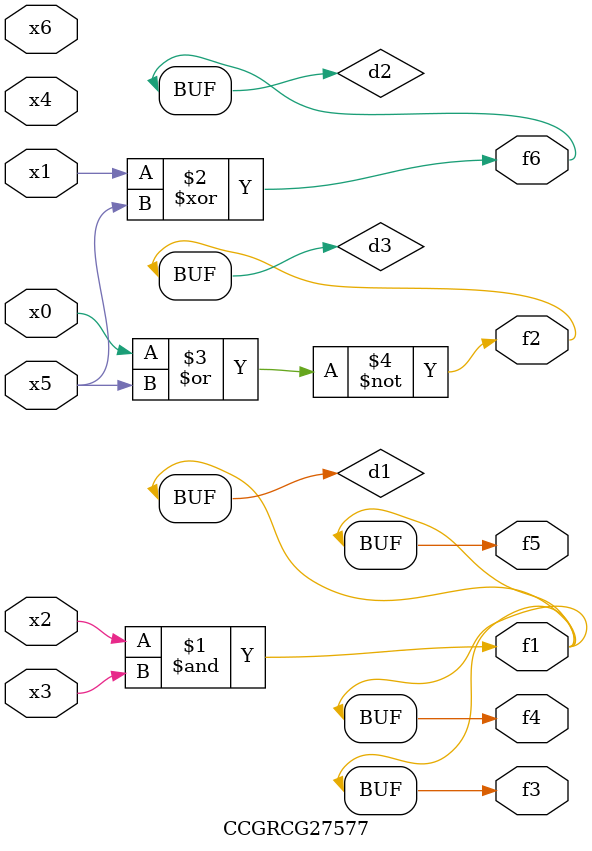
<source format=v>
module CCGRCG27577(
	input x0, x1, x2, x3, x4, x5, x6,
	output f1, f2, f3, f4, f5, f6
);

	wire d1, d2, d3;

	and (d1, x2, x3);
	xor (d2, x1, x5);
	nor (d3, x0, x5);
	assign f1 = d1;
	assign f2 = d3;
	assign f3 = d1;
	assign f4 = d1;
	assign f5 = d1;
	assign f6 = d2;
endmodule

</source>
